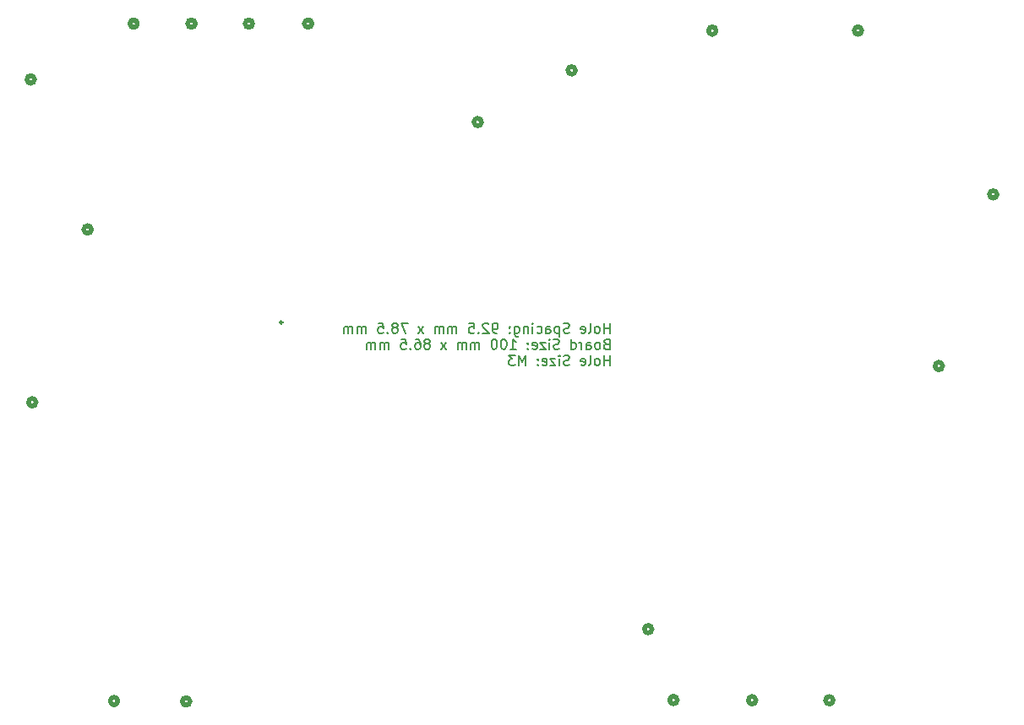
<source format=gbr>
%TF.GenerationSoftware,KiCad,Pcbnew,7.0.6*%
%TF.CreationDate,2023-11-30T13:58:43-08:00*%
%TF.ProjectId,MainBoard,4d61696e-426f-4617-9264-2e6b69636164,0.1*%
%TF.SameCoordinates,Original*%
%TF.FileFunction,Legend,Bot*%
%TF.FilePolarity,Positive*%
%FSLAX46Y46*%
G04 Gerber Fmt 4.6, Leading zero omitted, Abs format (unit mm)*
G04 Created by KiCad (PCBNEW 7.0.6) date 2023-11-30 13:58:43*
%MOMM*%
%LPD*%
G01*
G04 APERTURE LIST*
%ADD10C,0.150000*%
%ADD11C,0.254000*%
%ADD12C,0.508000*%
G04 APERTURE END LIST*
D10*
X225213220Y-129449819D02*
X225213220Y-128449819D01*
X225213220Y-128926009D02*
X224641792Y-128926009D01*
X224641792Y-129449819D02*
X224641792Y-128449819D01*
X224022744Y-129449819D02*
X224117982Y-129402200D01*
X224117982Y-129402200D02*
X224165601Y-129354580D01*
X224165601Y-129354580D02*
X224213220Y-129259342D01*
X224213220Y-129259342D02*
X224213220Y-128973628D01*
X224213220Y-128973628D02*
X224165601Y-128878390D01*
X224165601Y-128878390D02*
X224117982Y-128830771D01*
X224117982Y-128830771D02*
X224022744Y-128783152D01*
X224022744Y-128783152D02*
X223879887Y-128783152D01*
X223879887Y-128783152D02*
X223784649Y-128830771D01*
X223784649Y-128830771D02*
X223737030Y-128878390D01*
X223737030Y-128878390D02*
X223689411Y-128973628D01*
X223689411Y-128973628D02*
X223689411Y-129259342D01*
X223689411Y-129259342D02*
X223737030Y-129354580D01*
X223737030Y-129354580D02*
X223784649Y-129402200D01*
X223784649Y-129402200D02*
X223879887Y-129449819D01*
X223879887Y-129449819D02*
X224022744Y-129449819D01*
X223117982Y-129449819D02*
X223213220Y-129402200D01*
X223213220Y-129402200D02*
X223260839Y-129306961D01*
X223260839Y-129306961D02*
X223260839Y-128449819D01*
X222356077Y-129402200D02*
X222451315Y-129449819D01*
X222451315Y-129449819D02*
X222641791Y-129449819D01*
X222641791Y-129449819D02*
X222737029Y-129402200D01*
X222737029Y-129402200D02*
X222784648Y-129306961D01*
X222784648Y-129306961D02*
X222784648Y-128926009D01*
X222784648Y-128926009D02*
X222737029Y-128830771D01*
X222737029Y-128830771D02*
X222641791Y-128783152D01*
X222641791Y-128783152D02*
X222451315Y-128783152D01*
X222451315Y-128783152D02*
X222356077Y-128830771D01*
X222356077Y-128830771D02*
X222308458Y-128926009D01*
X222308458Y-128926009D02*
X222308458Y-129021247D01*
X222308458Y-129021247D02*
X222784648Y-129116485D01*
X221165600Y-129402200D02*
X221022743Y-129449819D01*
X221022743Y-129449819D02*
X220784648Y-129449819D01*
X220784648Y-129449819D02*
X220689410Y-129402200D01*
X220689410Y-129402200D02*
X220641791Y-129354580D01*
X220641791Y-129354580D02*
X220594172Y-129259342D01*
X220594172Y-129259342D02*
X220594172Y-129164104D01*
X220594172Y-129164104D02*
X220641791Y-129068866D01*
X220641791Y-129068866D02*
X220689410Y-129021247D01*
X220689410Y-129021247D02*
X220784648Y-128973628D01*
X220784648Y-128973628D02*
X220975124Y-128926009D01*
X220975124Y-128926009D02*
X221070362Y-128878390D01*
X221070362Y-128878390D02*
X221117981Y-128830771D01*
X221117981Y-128830771D02*
X221165600Y-128735533D01*
X221165600Y-128735533D02*
X221165600Y-128640295D01*
X221165600Y-128640295D02*
X221117981Y-128545057D01*
X221117981Y-128545057D02*
X221070362Y-128497438D01*
X221070362Y-128497438D02*
X220975124Y-128449819D01*
X220975124Y-128449819D02*
X220737029Y-128449819D01*
X220737029Y-128449819D02*
X220594172Y-128497438D01*
X220165600Y-128783152D02*
X220165600Y-129783152D01*
X220165600Y-128830771D02*
X220070362Y-128783152D01*
X220070362Y-128783152D02*
X219879886Y-128783152D01*
X219879886Y-128783152D02*
X219784648Y-128830771D01*
X219784648Y-128830771D02*
X219737029Y-128878390D01*
X219737029Y-128878390D02*
X219689410Y-128973628D01*
X219689410Y-128973628D02*
X219689410Y-129259342D01*
X219689410Y-129259342D02*
X219737029Y-129354580D01*
X219737029Y-129354580D02*
X219784648Y-129402200D01*
X219784648Y-129402200D02*
X219879886Y-129449819D01*
X219879886Y-129449819D02*
X220070362Y-129449819D01*
X220070362Y-129449819D02*
X220165600Y-129402200D01*
X218832267Y-129449819D02*
X218832267Y-128926009D01*
X218832267Y-128926009D02*
X218879886Y-128830771D01*
X218879886Y-128830771D02*
X218975124Y-128783152D01*
X218975124Y-128783152D02*
X219165600Y-128783152D01*
X219165600Y-128783152D02*
X219260838Y-128830771D01*
X218832267Y-129402200D02*
X218927505Y-129449819D01*
X218927505Y-129449819D02*
X219165600Y-129449819D01*
X219165600Y-129449819D02*
X219260838Y-129402200D01*
X219260838Y-129402200D02*
X219308457Y-129306961D01*
X219308457Y-129306961D02*
X219308457Y-129211723D01*
X219308457Y-129211723D02*
X219260838Y-129116485D01*
X219260838Y-129116485D02*
X219165600Y-129068866D01*
X219165600Y-129068866D02*
X218927505Y-129068866D01*
X218927505Y-129068866D02*
X218832267Y-129021247D01*
X217927505Y-129402200D02*
X218022743Y-129449819D01*
X218022743Y-129449819D02*
X218213219Y-129449819D01*
X218213219Y-129449819D02*
X218308457Y-129402200D01*
X218308457Y-129402200D02*
X218356076Y-129354580D01*
X218356076Y-129354580D02*
X218403695Y-129259342D01*
X218403695Y-129259342D02*
X218403695Y-128973628D01*
X218403695Y-128973628D02*
X218356076Y-128878390D01*
X218356076Y-128878390D02*
X218308457Y-128830771D01*
X218308457Y-128830771D02*
X218213219Y-128783152D01*
X218213219Y-128783152D02*
X218022743Y-128783152D01*
X218022743Y-128783152D02*
X217927505Y-128830771D01*
X217498933Y-129449819D02*
X217498933Y-128783152D01*
X217498933Y-128449819D02*
X217546552Y-128497438D01*
X217546552Y-128497438D02*
X217498933Y-128545057D01*
X217498933Y-128545057D02*
X217451314Y-128497438D01*
X217451314Y-128497438D02*
X217498933Y-128449819D01*
X217498933Y-128449819D02*
X217498933Y-128545057D01*
X217022743Y-128783152D02*
X217022743Y-129449819D01*
X217022743Y-128878390D02*
X216975124Y-128830771D01*
X216975124Y-128830771D02*
X216879886Y-128783152D01*
X216879886Y-128783152D02*
X216737029Y-128783152D01*
X216737029Y-128783152D02*
X216641791Y-128830771D01*
X216641791Y-128830771D02*
X216594172Y-128926009D01*
X216594172Y-128926009D02*
X216594172Y-129449819D01*
X215689410Y-128783152D02*
X215689410Y-129592676D01*
X215689410Y-129592676D02*
X215737029Y-129687914D01*
X215737029Y-129687914D02*
X215784648Y-129735533D01*
X215784648Y-129735533D02*
X215879886Y-129783152D01*
X215879886Y-129783152D02*
X216022743Y-129783152D01*
X216022743Y-129783152D02*
X216117981Y-129735533D01*
X215689410Y-129402200D02*
X215784648Y-129449819D01*
X215784648Y-129449819D02*
X215975124Y-129449819D01*
X215975124Y-129449819D02*
X216070362Y-129402200D01*
X216070362Y-129402200D02*
X216117981Y-129354580D01*
X216117981Y-129354580D02*
X216165600Y-129259342D01*
X216165600Y-129259342D02*
X216165600Y-128973628D01*
X216165600Y-128973628D02*
X216117981Y-128878390D01*
X216117981Y-128878390D02*
X216070362Y-128830771D01*
X216070362Y-128830771D02*
X215975124Y-128783152D01*
X215975124Y-128783152D02*
X215784648Y-128783152D01*
X215784648Y-128783152D02*
X215689410Y-128830771D01*
X215213219Y-129354580D02*
X215165600Y-129402200D01*
X215165600Y-129402200D02*
X215213219Y-129449819D01*
X215213219Y-129449819D02*
X215260838Y-129402200D01*
X215260838Y-129402200D02*
X215213219Y-129354580D01*
X215213219Y-129354580D02*
X215213219Y-129449819D01*
X215213219Y-128830771D02*
X215165600Y-128878390D01*
X215165600Y-128878390D02*
X215213219Y-128926009D01*
X215213219Y-128926009D02*
X215260838Y-128878390D01*
X215260838Y-128878390D02*
X215213219Y-128830771D01*
X215213219Y-128830771D02*
X215213219Y-128926009D01*
X213927505Y-129449819D02*
X213737029Y-129449819D01*
X213737029Y-129449819D02*
X213641791Y-129402200D01*
X213641791Y-129402200D02*
X213594172Y-129354580D01*
X213594172Y-129354580D02*
X213498934Y-129211723D01*
X213498934Y-129211723D02*
X213451315Y-129021247D01*
X213451315Y-129021247D02*
X213451315Y-128640295D01*
X213451315Y-128640295D02*
X213498934Y-128545057D01*
X213498934Y-128545057D02*
X213546553Y-128497438D01*
X213546553Y-128497438D02*
X213641791Y-128449819D01*
X213641791Y-128449819D02*
X213832267Y-128449819D01*
X213832267Y-128449819D02*
X213927505Y-128497438D01*
X213927505Y-128497438D02*
X213975124Y-128545057D01*
X213975124Y-128545057D02*
X214022743Y-128640295D01*
X214022743Y-128640295D02*
X214022743Y-128878390D01*
X214022743Y-128878390D02*
X213975124Y-128973628D01*
X213975124Y-128973628D02*
X213927505Y-129021247D01*
X213927505Y-129021247D02*
X213832267Y-129068866D01*
X213832267Y-129068866D02*
X213641791Y-129068866D01*
X213641791Y-129068866D02*
X213546553Y-129021247D01*
X213546553Y-129021247D02*
X213498934Y-128973628D01*
X213498934Y-128973628D02*
X213451315Y-128878390D01*
X213070362Y-128545057D02*
X213022743Y-128497438D01*
X213022743Y-128497438D02*
X212927505Y-128449819D01*
X212927505Y-128449819D02*
X212689410Y-128449819D01*
X212689410Y-128449819D02*
X212594172Y-128497438D01*
X212594172Y-128497438D02*
X212546553Y-128545057D01*
X212546553Y-128545057D02*
X212498934Y-128640295D01*
X212498934Y-128640295D02*
X212498934Y-128735533D01*
X212498934Y-128735533D02*
X212546553Y-128878390D01*
X212546553Y-128878390D02*
X213117981Y-129449819D01*
X213117981Y-129449819D02*
X212498934Y-129449819D01*
X212070362Y-129354580D02*
X212022743Y-129402200D01*
X212022743Y-129402200D02*
X212070362Y-129449819D01*
X212070362Y-129449819D02*
X212117981Y-129402200D01*
X212117981Y-129402200D02*
X212070362Y-129354580D01*
X212070362Y-129354580D02*
X212070362Y-129449819D01*
X211117982Y-128449819D02*
X211594172Y-128449819D01*
X211594172Y-128449819D02*
X211641791Y-128926009D01*
X211641791Y-128926009D02*
X211594172Y-128878390D01*
X211594172Y-128878390D02*
X211498934Y-128830771D01*
X211498934Y-128830771D02*
X211260839Y-128830771D01*
X211260839Y-128830771D02*
X211165601Y-128878390D01*
X211165601Y-128878390D02*
X211117982Y-128926009D01*
X211117982Y-128926009D02*
X211070363Y-129021247D01*
X211070363Y-129021247D02*
X211070363Y-129259342D01*
X211070363Y-129259342D02*
X211117982Y-129354580D01*
X211117982Y-129354580D02*
X211165601Y-129402200D01*
X211165601Y-129402200D02*
X211260839Y-129449819D01*
X211260839Y-129449819D02*
X211498934Y-129449819D01*
X211498934Y-129449819D02*
X211594172Y-129402200D01*
X211594172Y-129402200D02*
X211641791Y-129354580D01*
X209879886Y-129449819D02*
X209879886Y-128783152D01*
X209879886Y-128878390D02*
X209832267Y-128830771D01*
X209832267Y-128830771D02*
X209737029Y-128783152D01*
X209737029Y-128783152D02*
X209594172Y-128783152D01*
X209594172Y-128783152D02*
X209498934Y-128830771D01*
X209498934Y-128830771D02*
X209451315Y-128926009D01*
X209451315Y-128926009D02*
X209451315Y-129449819D01*
X209451315Y-128926009D02*
X209403696Y-128830771D01*
X209403696Y-128830771D02*
X209308458Y-128783152D01*
X209308458Y-128783152D02*
X209165601Y-128783152D01*
X209165601Y-128783152D02*
X209070362Y-128830771D01*
X209070362Y-128830771D02*
X209022743Y-128926009D01*
X209022743Y-128926009D02*
X209022743Y-129449819D01*
X208546553Y-129449819D02*
X208546553Y-128783152D01*
X208546553Y-128878390D02*
X208498934Y-128830771D01*
X208498934Y-128830771D02*
X208403696Y-128783152D01*
X208403696Y-128783152D02*
X208260839Y-128783152D01*
X208260839Y-128783152D02*
X208165601Y-128830771D01*
X208165601Y-128830771D02*
X208117982Y-128926009D01*
X208117982Y-128926009D02*
X208117982Y-129449819D01*
X208117982Y-128926009D02*
X208070363Y-128830771D01*
X208070363Y-128830771D02*
X207975125Y-128783152D01*
X207975125Y-128783152D02*
X207832268Y-128783152D01*
X207832268Y-128783152D02*
X207737029Y-128830771D01*
X207737029Y-128830771D02*
X207689410Y-128926009D01*
X207689410Y-128926009D02*
X207689410Y-129449819D01*
X206546553Y-129449819D02*
X206022744Y-128783152D01*
X206546553Y-128783152D02*
X206022744Y-129449819D01*
X204975124Y-128449819D02*
X204308458Y-128449819D01*
X204308458Y-128449819D02*
X204737029Y-129449819D01*
X203784648Y-128878390D02*
X203879886Y-128830771D01*
X203879886Y-128830771D02*
X203927505Y-128783152D01*
X203927505Y-128783152D02*
X203975124Y-128687914D01*
X203975124Y-128687914D02*
X203975124Y-128640295D01*
X203975124Y-128640295D02*
X203927505Y-128545057D01*
X203927505Y-128545057D02*
X203879886Y-128497438D01*
X203879886Y-128497438D02*
X203784648Y-128449819D01*
X203784648Y-128449819D02*
X203594172Y-128449819D01*
X203594172Y-128449819D02*
X203498934Y-128497438D01*
X203498934Y-128497438D02*
X203451315Y-128545057D01*
X203451315Y-128545057D02*
X203403696Y-128640295D01*
X203403696Y-128640295D02*
X203403696Y-128687914D01*
X203403696Y-128687914D02*
X203451315Y-128783152D01*
X203451315Y-128783152D02*
X203498934Y-128830771D01*
X203498934Y-128830771D02*
X203594172Y-128878390D01*
X203594172Y-128878390D02*
X203784648Y-128878390D01*
X203784648Y-128878390D02*
X203879886Y-128926009D01*
X203879886Y-128926009D02*
X203927505Y-128973628D01*
X203927505Y-128973628D02*
X203975124Y-129068866D01*
X203975124Y-129068866D02*
X203975124Y-129259342D01*
X203975124Y-129259342D02*
X203927505Y-129354580D01*
X203927505Y-129354580D02*
X203879886Y-129402200D01*
X203879886Y-129402200D02*
X203784648Y-129449819D01*
X203784648Y-129449819D02*
X203594172Y-129449819D01*
X203594172Y-129449819D02*
X203498934Y-129402200D01*
X203498934Y-129402200D02*
X203451315Y-129354580D01*
X203451315Y-129354580D02*
X203403696Y-129259342D01*
X203403696Y-129259342D02*
X203403696Y-129068866D01*
X203403696Y-129068866D02*
X203451315Y-128973628D01*
X203451315Y-128973628D02*
X203498934Y-128926009D01*
X203498934Y-128926009D02*
X203594172Y-128878390D01*
X202975124Y-129354580D02*
X202927505Y-129402200D01*
X202927505Y-129402200D02*
X202975124Y-129449819D01*
X202975124Y-129449819D02*
X203022743Y-129402200D01*
X203022743Y-129402200D02*
X202975124Y-129354580D01*
X202975124Y-129354580D02*
X202975124Y-129449819D01*
X202022744Y-128449819D02*
X202498934Y-128449819D01*
X202498934Y-128449819D02*
X202546553Y-128926009D01*
X202546553Y-128926009D02*
X202498934Y-128878390D01*
X202498934Y-128878390D02*
X202403696Y-128830771D01*
X202403696Y-128830771D02*
X202165601Y-128830771D01*
X202165601Y-128830771D02*
X202070363Y-128878390D01*
X202070363Y-128878390D02*
X202022744Y-128926009D01*
X202022744Y-128926009D02*
X201975125Y-129021247D01*
X201975125Y-129021247D02*
X201975125Y-129259342D01*
X201975125Y-129259342D02*
X202022744Y-129354580D01*
X202022744Y-129354580D02*
X202070363Y-129402200D01*
X202070363Y-129402200D02*
X202165601Y-129449819D01*
X202165601Y-129449819D02*
X202403696Y-129449819D01*
X202403696Y-129449819D02*
X202498934Y-129402200D01*
X202498934Y-129402200D02*
X202546553Y-129354580D01*
X200784648Y-129449819D02*
X200784648Y-128783152D01*
X200784648Y-128878390D02*
X200737029Y-128830771D01*
X200737029Y-128830771D02*
X200641791Y-128783152D01*
X200641791Y-128783152D02*
X200498934Y-128783152D01*
X200498934Y-128783152D02*
X200403696Y-128830771D01*
X200403696Y-128830771D02*
X200356077Y-128926009D01*
X200356077Y-128926009D02*
X200356077Y-129449819D01*
X200356077Y-128926009D02*
X200308458Y-128830771D01*
X200308458Y-128830771D02*
X200213220Y-128783152D01*
X200213220Y-128783152D02*
X200070363Y-128783152D01*
X200070363Y-128783152D02*
X199975124Y-128830771D01*
X199975124Y-128830771D02*
X199927505Y-128926009D01*
X199927505Y-128926009D02*
X199927505Y-129449819D01*
X199451315Y-129449819D02*
X199451315Y-128783152D01*
X199451315Y-128878390D02*
X199403696Y-128830771D01*
X199403696Y-128830771D02*
X199308458Y-128783152D01*
X199308458Y-128783152D02*
X199165601Y-128783152D01*
X199165601Y-128783152D02*
X199070363Y-128830771D01*
X199070363Y-128830771D02*
X199022744Y-128926009D01*
X199022744Y-128926009D02*
X199022744Y-129449819D01*
X199022744Y-128926009D02*
X198975125Y-128830771D01*
X198975125Y-128830771D02*
X198879887Y-128783152D01*
X198879887Y-128783152D02*
X198737030Y-128783152D01*
X198737030Y-128783152D02*
X198641791Y-128830771D01*
X198641791Y-128830771D02*
X198594172Y-128926009D01*
X198594172Y-128926009D02*
X198594172Y-129449819D01*
X224879887Y-130536009D02*
X224737030Y-130583628D01*
X224737030Y-130583628D02*
X224689411Y-130631247D01*
X224689411Y-130631247D02*
X224641792Y-130726485D01*
X224641792Y-130726485D02*
X224641792Y-130869342D01*
X224641792Y-130869342D02*
X224689411Y-130964580D01*
X224689411Y-130964580D02*
X224737030Y-131012200D01*
X224737030Y-131012200D02*
X224832268Y-131059819D01*
X224832268Y-131059819D02*
X225213220Y-131059819D01*
X225213220Y-131059819D02*
X225213220Y-130059819D01*
X225213220Y-130059819D02*
X224879887Y-130059819D01*
X224879887Y-130059819D02*
X224784649Y-130107438D01*
X224784649Y-130107438D02*
X224737030Y-130155057D01*
X224737030Y-130155057D02*
X224689411Y-130250295D01*
X224689411Y-130250295D02*
X224689411Y-130345533D01*
X224689411Y-130345533D02*
X224737030Y-130440771D01*
X224737030Y-130440771D02*
X224784649Y-130488390D01*
X224784649Y-130488390D02*
X224879887Y-130536009D01*
X224879887Y-130536009D02*
X225213220Y-130536009D01*
X224070363Y-131059819D02*
X224165601Y-131012200D01*
X224165601Y-131012200D02*
X224213220Y-130964580D01*
X224213220Y-130964580D02*
X224260839Y-130869342D01*
X224260839Y-130869342D02*
X224260839Y-130583628D01*
X224260839Y-130583628D02*
X224213220Y-130488390D01*
X224213220Y-130488390D02*
X224165601Y-130440771D01*
X224165601Y-130440771D02*
X224070363Y-130393152D01*
X224070363Y-130393152D02*
X223927506Y-130393152D01*
X223927506Y-130393152D02*
X223832268Y-130440771D01*
X223832268Y-130440771D02*
X223784649Y-130488390D01*
X223784649Y-130488390D02*
X223737030Y-130583628D01*
X223737030Y-130583628D02*
X223737030Y-130869342D01*
X223737030Y-130869342D02*
X223784649Y-130964580D01*
X223784649Y-130964580D02*
X223832268Y-131012200D01*
X223832268Y-131012200D02*
X223927506Y-131059819D01*
X223927506Y-131059819D02*
X224070363Y-131059819D01*
X222879887Y-131059819D02*
X222879887Y-130536009D01*
X222879887Y-130536009D02*
X222927506Y-130440771D01*
X222927506Y-130440771D02*
X223022744Y-130393152D01*
X223022744Y-130393152D02*
X223213220Y-130393152D01*
X223213220Y-130393152D02*
X223308458Y-130440771D01*
X222879887Y-131012200D02*
X222975125Y-131059819D01*
X222975125Y-131059819D02*
X223213220Y-131059819D01*
X223213220Y-131059819D02*
X223308458Y-131012200D01*
X223308458Y-131012200D02*
X223356077Y-130916961D01*
X223356077Y-130916961D02*
X223356077Y-130821723D01*
X223356077Y-130821723D02*
X223308458Y-130726485D01*
X223308458Y-130726485D02*
X223213220Y-130678866D01*
X223213220Y-130678866D02*
X222975125Y-130678866D01*
X222975125Y-130678866D02*
X222879887Y-130631247D01*
X222403696Y-131059819D02*
X222403696Y-130393152D01*
X222403696Y-130583628D02*
X222356077Y-130488390D01*
X222356077Y-130488390D02*
X222308458Y-130440771D01*
X222308458Y-130440771D02*
X222213220Y-130393152D01*
X222213220Y-130393152D02*
X222117982Y-130393152D01*
X221356077Y-131059819D02*
X221356077Y-130059819D01*
X221356077Y-131012200D02*
X221451315Y-131059819D01*
X221451315Y-131059819D02*
X221641791Y-131059819D01*
X221641791Y-131059819D02*
X221737029Y-131012200D01*
X221737029Y-131012200D02*
X221784648Y-130964580D01*
X221784648Y-130964580D02*
X221832267Y-130869342D01*
X221832267Y-130869342D02*
X221832267Y-130583628D01*
X221832267Y-130583628D02*
X221784648Y-130488390D01*
X221784648Y-130488390D02*
X221737029Y-130440771D01*
X221737029Y-130440771D02*
X221641791Y-130393152D01*
X221641791Y-130393152D02*
X221451315Y-130393152D01*
X221451315Y-130393152D02*
X221356077Y-130440771D01*
X220165600Y-131012200D02*
X220022743Y-131059819D01*
X220022743Y-131059819D02*
X219784648Y-131059819D01*
X219784648Y-131059819D02*
X219689410Y-131012200D01*
X219689410Y-131012200D02*
X219641791Y-130964580D01*
X219641791Y-130964580D02*
X219594172Y-130869342D01*
X219594172Y-130869342D02*
X219594172Y-130774104D01*
X219594172Y-130774104D02*
X219641791Y-130678866D01*
X219641791Y-130678866D02*
X219689410Y-130631247D01*
X219689410Y-130631247D02*
X219784648Y-130583628D01*
X219784648Y-130583628D02*
X219975124Y-130536009D01*
X219975124Y-130536009D02*
X220070362Y-130488390D01*
X220070362Y-130488390D02*
X220117981Y-130440771D01*
X220117981Y-130440771D02*
X220165600Y-130345533D01*
X220165600Y-130345533D02*
X220165600Y-130250295D01*
X220165600Y-130250295D02*
X220117981Y-130155057D01*
X220117981Y-130155057D02*
X220070362Y-130107438D01*
X220070362Y-130107438D02*
X219975124Y-130059819D01*
X219975124Y-130059819D02*
X219737029Y-130059819D01*
X219737029Y-130059819D02*
X219594172Y-130107438D01*
X219165600Y-131059819D02*
X219165600Y-130393152D01*
X219165600Y-130059819D02*
X219213219Y-130107438D01*
X219213219Y-130107438D02*
X219165600Y-130155057D01*
X219165600Y-130155057D02*
X219117981Y-130107438D01*
X219117981Y-130107438D02*
X219165600Y-130059819D01*
X219165600Y-130059819D02*
X219165600Y-130155057D01*
X218784648Y-130393152D02*
X218260839Y-130393152D01*
X218260839Y-130393152D02*
X218784648Y-131059819D01*
X218784648Y-131059819D02*
X218260839Y-131059819D01*
X217498934Y-131012200D02*
X217594172Y-131059819D01*
X217594172Y-131059819D02*
X217784648Y-131059819D01*
X217784648Y-131059819D02*
X217879886Y-131012200D01*
X217879886Y-131012200D02*
X217927505Y-130916961D01*
X217927505Y-130916961D02*
X217927505Y-130536009D01*
X217927505Y-130536009D02*
X217879886Y-130440771D01*
X217879886Y-130440771D02*
X217784648Y-130393152D01*
X217784648Y-130393152D02*
X217594172Y-130393152D01*
X217594172Y-130393152D02*
X217498934Y-130440771D01*
X217498934Y-130440771D02*
X217451315Y-130536009D01*
X217451315Y-130536009D02*
X217451315Y-130631247D01*
X217451315Y-130631247D02*
X217927505Y-130726485D01*
X217022743Y-130964580D02*
X216975124Y-131012200D01*
X216975124Y-131012200D02*
X217022743Y-131059819D01*
X217022743Y-131059819D02*
X217070362Y-131012200D01*
X217070362Y-131012200D02*
X217022743Y-130964580D01*
X217022743Y-130964580D02*
X217022743Y-131059819D01*
X217022743Y-130440771D02*
X216975124Y-130488390D01*
X216975124Y-130488390D02*
X217022743Y-130536009D01*
X217022743Y-130536009D02*
X217070362Y-130488390D01*
X217070362Y-130488390D02*
X217022743Y-130440771D01*
X217022743Y-130440771D02*
X217022743Y-130536009D01*
X215260839Y-131059819D02*
X215832267Y-131059819D01*
X215546553Y-131059819D02*
X215546553Y-130059819D01*
X215546553Y-130059819D02*
X215641791Y-130202676D01*
X215641791Y-130202676D02*
X215737029Y-130297914D01*
X215737029Y-130297914D02*
X215832267Y-130345533D01*
X214641791Y-130059819D02*
X214546553Y-130059819D01*
X214546553Y-130059819D02*
X214451315Y-130107438D01*
X214451315Y-130107438D02*
X214403696Y-130155057D01*
X214403696Y-130155057D02*
X214356077Y-130250295D01*
X214356077Y-130250295D02*
X214308458Y-130440771D01*
X214308458Y-130440771D02*
X214308458Y-130678866D01*
X214308458Y-130678866D02*
X214356077Y-130869342D01*
X214356077Y-130869342D02*
X214403696Y-130964580D01*
X214403696Y-130964580D02*
X214451315Y-131012200D01*
X214451315Y-131012200D02*
X214546553Y-131059819D01*
X214546553Y-131059819D02*
X214641791Y-131059819D01*
X214641791Y-131059819D02*
X214737029Y-131012200D01*
X214737029Y-131012200D02*
X214784648Y-130964580D01*
X214784648Y-130964580D02*
X214832267Y-130869342D01*
X214832267Y-130869342D02*
X214879886Y-130678866D01*
X214879886Y-130678866D02*
X214879886Y-130440771D01*
X214879886Y-130440771D02*
X214832267Y-130250295D01*
X214832267Y-130250295D02*
X214784648Y-130155057D01*
X214784648Y-130155057D02*
X214737029Y-130107438D01*
X214737029Y-130107438D02*
X214641791Y-130059819D01*
X213689410Y-130059819D02*
X213594172Y-130059819D01*
X213594172Y-130059819D02*
X213498934Y-130107438D01*
X213498934Y-130107438D02*
X213451315Y-130155057D01*
X213451315Y-130155057D02*
X213403696Y-130250295D01*
X213403696Y-130250295D02*
X213356077Y-130440771D01*
X213356077Y-130440771D02*
X213356077Y-130678866D01*
X213356077Y-130678866D02*
X213403696Y-130869342D01*
X213403696Y-130869342D02*
X213451315Y-130964580D01*
X213451315Y-130964580D02*
X213498934Y-131012200D01*
X213498934Y-131012200D02*
X213594172Y-131059819D01*
X213594172Y-131059819D02*
X213689410Y-131059819D01*
X213689410Y-131059819D02*
X213784648Y-131012200D01*
X213784648Y-131012200D02*
X213832267Y-130964580D01*
X213832267Y-130964580D02*
X213879886Y-130869342D01*
X213879886Y-130869342D02*
X213927505Y-130678866D01*
X213927505Y-130678866D02*
X213927505Y-130440771D01*
X213927505Y-130440771D02*
X213879886Y-130250295D01*
X213879886Y-130250295D02*
X213832267Y-130155057D01*
X213832267Y-130155057D02*
X213784648Y-130107438D01*
X213784648Y-130107438D02*
X213689410Y-130059819D01*
X212165600Y-131059819D02*
X212165600Y-130393152D01*
X212165600Y-130488390D02*
X212117981Y-130440771D01*
X212117981Y-130440771D02*
X212022743Y-130393152D01*
X212022743Y-130393152D02*
X211879886Y-130393152D01*
X211879886Y-130393152D02*
X211784648Y-130440771D01*
X211784648Y-130440771D02*
X211737029Y-130536009D01*
X211737029Y-130536009D02*
X211737029Y-131059819D01*
X211737029Y-130536009D02*
X211689410Y-130440771D01*
X211689410Y-130440771D02*
X211594172Y-130393152D01*
X211594172Y-130393152D02*
X211451315Y-130393152D01*
X211451315Y-130393152D02*
X211356076Y-130440771D01*
X211356076Y-130440771D02*
X211308457Y-130536009D01*
X211308457Y-130536009D02*
X211308457Y-131059819D01*
X210832267Y-131059819D02*
X210832267Y-130393152D01*
X210832267Y-130488390D02*
X210784648Y-130440771D01*
X210784648Y-130440771D02*
X210689410Y-130393152D01*
X210689410Y-130393152D02*
X210546553Y-130393152D01*
X210546553Y-130393152D02*
X210451315Y-130440771D01*
X210451315Y-130440771D02*
X210403696Y-130536009D01*
X210403696Y-130536009D02*
X210403696Y-131059819D01*
X210403696Y-130536009D02*
X210356077Y-130440771D01*
X210356077Y-130440771D02*
X210260839Y-130393152D01*
X210260839Y-130393152D02*
X210117982Y-130393152D01*
X210117982Y-130393152D02*
X210022743Y-130440771D01*
X210022743Y-130440771D02*
X209975124Y-130536009D01*
X209975124Y-130536009D02*
X209975124Y-131059819D01*
X208832267Y-131059819D02*
X208308458Y-130393152D01*
X208832267Y-130393152D02*
X208308458Y-131059819D01*
X207022743Y-130488390D02*
X207117981Y-130440771D01*
X207117981Y-130440771D02*
X207165600Y-130393152D01*
X207165600Y-130393152D02*
X207213219Y-130297914D01*
X207213219Y-130297914D02*
X207213219Y-130250295D01*
X207213219Y-130250295D02*
X207165600Y-130155057D01*
X207165600Y-130155057D02*
X207117981Y-130107438D01*
X207117981Y-130107438D02*
X207022743Y-130059819D01*
X207022743Y-130059819D02*
X206832267Y-130059819D01*
X206832267Y-130059819D02*
X206737029Y-130107438D01*
X206737029Y-130107438D02*
X206689410Y-130155057D01*
X206689410Y-130155057D02*
X206641791Y-130250295D01*
X206641791Y-130250295D02*
X206641791Y-130297914D01*
X206641791Y-130297914D02*
X206689410Y-130393152D01*
X206689410Y-130393152D02*
X206737029Y-130440771D01*
X206737029Y-130440771D02*
X206832267Y-130488390D01*
X206832267Y-130488390D02*
X207022743Y-130488390D01*
X207022743Y-130488390D02*
X207117981Y-130536009D01*
X207117981Y-130536009D02*
X207165600Y-130583628D01*
X207165600Y-130583628D02*
X207213219Y-130678866D01*
X207213219Y-130678866D02*
X207213219Y-130869342D01*
X207213219Y-130869342D02*
X207165600Y-130964580D01*
X207165600Y-130964580D02*
X207117981Y-131012200D01*
X207117981Y-131012200D02*
X207022743Y-131059819D01*
X207022743Y-131059819D02*
X206832267Y-131059819D01*
X206832267Y-131059819D02*
X206737029Y-131012200D01*
X206737029Y-131012200D02*
X206689410Y-130964580D01*
X206689410Y-130964580D02*
X206641791Y-130869342D01*
X206641791Y-130869342D02*
X206641791Y-130678866D01*
X206641791Y-130678866D02*
X206689410Y-130583628D01*
X206689410Y-130583628D02*
X206737029Y-130536009D01*
X206737029Y-130536009D02*
X206832267Y-130488390D01*
X205784648Y-130059819D02*
X205975124Y-130059819D01*
X205975124Y-130059819D02*
X206070362Y-130107438D01*
X206070362Y-130107438D02*
X206117981Y-130155057D01*
X206117981Y-130155057D02*
X206213219Y-130297914D01*
X206213219Y-130297914D02*
X206260838Y-130488390D01*
X206260838Y-130488390D02*
X206260838Y-130869342D01*
X206260838Y-130869342D02*
X206213219Y-130964580D01*
X206213219Y-130964580D02*
X206165600Y-131012200D01*
X206165600Y-131012200D02*
X206070362Y-131059819D01*
X206070362Y-131059819D02*
X205879886Y-131059819D01*
X205879886Y-131059819D02*
X205784648Y-131012200D01*
X205784648Y-131012200D02*
X205737029Y-130964580D01*
X205737029Y-130964580D02*
X205689410Y-130869342D01*
X205689410Y-130869342D02*
X205689410Y-130631247D01*
X205689410Y-130631247D02*
X205737029Y-130536009D01*
X205737029Y-130536009D02*
X205784648Y-130488390D01*
X205784648Y-130488390D02*
X205879886Y-130440771D01*
X205879886Y-130440771D02*
X206070362Y-130440771D01*
X206070362Y-130440771D02*
X206165600Y-130488390D01*
X206165600Y-130488390D02*
X206213219Y-130536009D01*
X206213219Y-130536009D02*
X206260838Y-130631247D01*
X205260838Y-130964580D02*
X205213219Y-131012200D01*
X205213219Y-131012200D02*
X205260838Y-131059819D01*
X205260838Y-131059819D02*
X205308457Y-131012200D01*
X205308457Y-131012200D02*
X205260838Y-130964580D01*
X205260838Y-130964580D02*
X205260838Y-131059819D01*
X204308458Y-130059819D02*
X204784648Y-130059819D01*
X204784648Y-130059819D02*
X204832267Y-130536009D01*
X204832267Y-130536009D02*
X204784648Y-130488390D01*
X204784648Y-130488390D02*
X204689410Y-130440771D01*
X204689410Y-130440771D02*
X204451315Y-130440771D01*
X204451315Y-130440771D02*
X204356077Y-130488390D01*
X204356077Y-130488390D02*
X204308458Y-130536009D01*
X204308458Y-130536009D02*
X204260839Y-130631247D01*
X204260839Y-130631247D02*
X204260839Y-130869342D01*
X204260839Y-130869342D02*
X204308458Y-130964580D01*
X204308458Y-130964580D02*
X204356077Y-131012200D01*
X204356077Y-131012200D02*
X204451315Y-131059819D01*
X204451315Y-131059819D02*
X204689410Y-131059819D01*
X204689410Y-131059819D02*
X204784648Y-131012200D01*
X204784648Y-131012200D02*
X204832267Y-130964580D01*
X203070362Y-131059819D02*
X203070362Y-130393152D01*
X203070362Y-130488390D02*
X203022743Y-130440771D01*
X203022743Y-130440771D02*
X202927505Y-130393152D01*
X202927505Y-130393152D02*
X202784648Y-130393152D01*
X202784648Y-130393152D02*
X202689410Y-130440771D01*
X202689410Y-130440771D02*
X202641791Y-130536009D01*
X202641791Y-130536009D02*
X202641791Y-131059819D01*
X202641791Y-130536009D02*
X202594172Y-130440771D01*
X202594172Y-130440771D02*
X202498934Y-130393152D01*
X202498934Y-130393152D02*
X202356077Y-130393152D01*
X202356077Y-130393152D02*
X202260838Y-130440771D01*
X202260838Y-130440771D02*
X202213219Y-130536009D01*
X202213219Y-130536009D02*
X202213219Y-131059819D01*
X201737029Y-131059819D02*
X201737029Y-130393152D01*
X201737029Y-130488390D02*
X201689410Y-130440771D01*
X201689410Y-130440771D02*
X201594172Y-130393152D01*
X201594172Y-130393152D02*
X201451315Y-130393152D01*
X201451315Y-130393152D02*
X201356077Y-130440771D01*
X201356077Y-130440771D02*
X201308458Y-130536009D01*
X201308458Y-130536009D02*
X201308458Y-131059819D01*
X201308458Y-130536009D02*
X201260839Y-130440771D01*
X201260839Y-130440771D02*
X201165601Y-130393152D01*
X201165601Y-130393152D02*
X201022744Y-130393152D01*
X201022744Y-130393152D02*
X200927505Y-130440771D01*
X200927505Y-130440771D02*
X200879886Y-130536009D01*
X200879886Y-130536009D02*
X200879886Y-131059819D01*
X225213220Y-132669819D02*
X225213220Y-131669819D01*
X225213220Y-132146009D02*
X224641792Y-132146009D01*
X224641792Y-132669819D02*
X224641792Y-131669819D01*
X224022744Y-132669819D02*
X224117982Y-132622200D01*
X224117982Y-132622200D02*
X224165601Y-132574580D01*
X224165601Y-132574580D02*
X224213220Y-132479342D01*
X224213220Y-132479342D02*
X224213220Y-132193628D01*
X224213220Y-132193628D02*
X224165601Y-132098390D01*
X224165601Y-132098390D02*
X224117982Y-132050771D01*
X224117982Y-132050771D02*
X224022744Y-132003152D01*
X224022744Y-132003152D02*
X223879887Y-132003152D01*
X223879887Y-132003152D02*
X223784649Y-132050771D01*
X223784649Y-132050771D02*
X223737030Y-132098390D01*
X223737030Y-132098390D02*
X223689411Y-132193628D01*
X223689411Y-132193628D02*
X223689411Y-132479342D01*
X223689411Y-132479342D02*
X223737030Y-132574580D01*
X223737030Y-132574580D02*
X223784649Y-132622200D01*
X223784649Y-132622200D02*
X223879887Y-132669819D01*
X223879887Y-132669819D02*
X224022744Y-132669819D01*
X223117982Y-132669819D02*
X223213220Y-132622200D01*
X223213220Y-132622200D02*
X223260839Y-132526961D01*
X223260839Y-132526961D02*
X223260839Y-131669819D01*
X222356077Y-132622200D02*
X222451315Y-132669819D01*
X222451315Y-132669819D02*
X222641791Y-132669819D01*
X222641791Y-132669819D02*
X222737029Y-132622200D01*
X222737029Y-132622200D02*
X222784648Y-132526961D01*
X222784648Y-132526961D02*
X222784648Y-132146009D01*
X222784648Y-132146009D02*
X222737029Y-132050771D01*
X222737029Y-132050771D02*
X222641791Y-132003152D01*
X222641791Y-132003152D02*
X222451315Y-132003152D01*
X222451315Y-132003152D02*
X222356077Y-132050771D01*
X222356077Y-132050771D02*
X222308458Y-132146009D01*
X222308458Y-132146009D02*
X222308458Y-132241247D01*
X222308458Y-132241247D02*
X222784648Y-132336485D01*
X221165600Y-132622200D02*
X221022743Y-132669819D01*
X221022743Y-132669819D02*
X220784648Y-132669819D01*
X220784648Y-132669819D02*
X220689410Y-132622200D01*
X220689410Y-132622200D02*
X220641791Y-132574580D01*
X220641791Y-132574580D02*
X220594172Y-132479342D01*
X220594172Y-132479342D02*
X220594172Y-132384104D01*
X220594172Y-132384104D02*
X220641791Y-132288866D01*
X220641791Y-132288866D02*
X220689410Y-132241247D01*
X220689410Y-132241247D02*
X220784648Y-132193628D01*
X220784648Y-132193628D02*
X220975124Y-132146009D01*
X220975124Y-132146009D02*
X221070362Y-132098390D01*
X221070362Y-132098390D02*
X221117981Y-132050771D01*
X221117981Y-132050771D02*
X221165600Y-131955533D01*
X221165600Y-131955533D02*
X221165600Y-131860295D01*
X221165600Y-131860295D02*
X221117981Y-131765057D01*
X221117981Y-131765057D02*
X221070362Y-131717438D01*
X221070362Y-131717438D02*
X220975124Y-131669819D01*
X220975124Y-131669819D02*
X220737029Y-131669819D01*
X220737029Y-131669819D02*
X220594172Y-131717438D01*
X220165600Y-132669819D02*
X220165600Y-132003152D01*
X220165600Y-131669819D02*
X220213219Y-131717438D01*
X220213219Y-131717438D02*
X220165600Y-131765057D01*
X220165600Y-131765057D02*
X220117981Y-131717438D01*
X220117981Y-131717438D02*
X220165600Y-131669819D01*
X220165600Y-131669819D02*
X220165600Y-131765057D01*
X219784648Y-132003152D02*
X219260839Y-132003152D01*
X219260839Y-132003152D02*
X219784648Y-132669819D01*
X219784648Y-132669819D02*
X219260839Y-132669819D01*
X218498934Y-132622200D02*
X218594172Y-132669819D01*
X218594172Y-132669819D02*
X218784648Y-132669819D01*
X218784648Y-132669819D02*
X218879886Y-132622200D01*
X218879886Y-132622200D02*
X218927505Y-132526961D01*
X218927505Y-132526961D02*
X218927505Y-132146009D01*
X218927505Y-132146009D02*
X218879886Y-132050771D01*
X218879886Y-132050771D02*
X218784648Y-132003152D01*
X218784648Y-132003152D02*
X218594172Y-132003152D01*
X218594172Y-132003152D02*
X218498934Y-132050771D01*
X218498934Y-132050771D02*
X218451315Y-132146009D01*
X218451315Y-132146009D02*
X218451315Y-132241247D01*
X218451315Y-132241247D02*
X218927505Y-132336485D01*
X218022743Y-132574580D02*
X217975124Y-132622200D01*
X217975124Y-132622200D02*
X218022743Y-132669819D01*
X218022743Y-132669819D02*
X218070362Y-132622200D01*
X218070362Y-132622200D02*
X218022743Y-132574580D01*
X218022743Y-132574580D02*
X218022743Y-132669819D01*
X218022743Y-132050771D02*
X217975124Y-132098390D01*
X217975124Y-132098390D02*
X218022743Y-132146009D01*
X218022743Y-132146009D02*
X218070362Y-132098390D01*
X218070362Y-132098390D02*
X218022743Y-132050771D01*
X218022743Y-132050771D02*
X218022743Y-132146009D01*
X216784648Y-132669819D02*
X216784648Y-131669819D01*
X216784648Y-131669819D02*
X216451315Y-132384104D01*
X216451315Y-132384104D02*
X216117982Y-131669819D01*
X216117982Y-131669819D02*
X216117982Y-132669819D01*
X215737029Y-131669819D02*
X215117982Y-131669819D01*
X215117982Y-131669819D02*
X215451315Y-132050771D01*
X215451315Y-132050771D02*
X215308458Y-132050771D01*
X215308458Y-132050771D02*
X215213220Y-132098390D01*
X215213220Y-132098390D02*
X215165601Y-132146009D01*
X215165601Y-132146009D02*
X215117982Y-132241247D01*
X215117982Y-132241247D02*
X215117982Y-132479342D01*
X215117982Y-132479342D02*
X215165601Y-132574580D01*
X215165601Y-132574580D02*
X215213220Y-132622200D01*
X215213220Y-132622200D02*
X215308458Y-132669819D01*
X215308458Y-132669819D02*
X215594172Y-132669819D01*
X215594172Y-132669819D02*
X215689410Y-132622200D01*
X215689410Y-132622200D02*
X215737029Y-132574580D01*
D11*
%TO.C,SW1*%
X192427001Y-128369998D02*
G75*
G03*
X192427001Y-128369998I-127000J0D01*
G01*
D12*
%TO.C,SW8*%
X189441000Y-98399000D02*
G75*
G03*
X189441000Y-98399000I-381000J0D01*
G01*
%TO.C,M2*%
X258580000Y-132750000D02*
G75*
G03*
X258580000Y-132750000I-381000J0D01*
G01*
%TO.C,U11*%
X167730000Y-136390000D02*
G75*
G03*
X167730000Y-136390000I-381000J0D01*
G01*
%TO.C,J15*%
X175931000Y-166351000D02*
G75*
G03*
X175931000Y-166351000I-381000J0D01*
G01*
%TO.C,U12*%
X264032000Y-115530000D02*
G75*
G03*
X264032000Y-115530000I-381000J0D01*
G01*
%TO.C,J14*%
X183154800Y-166391000D02*
G75*
G03*
X183154800Y-166391000I-381000J0D01*
G01*
%TO.C,D8*%
X212372000Y-108276200D02*
G75*
G03*
X212372000Y-108276200I-381000J0D01*
G01*
%TO.C,SW6*%
X231991128Y-166252200D02*
G75*
G03*
X231991128Y-166252200I-381000J0D01*
G01*
%TO.C,SW10*%
X177891000Y-98399000D02*
G75*
G03*
X177891000Y-98399000I-381000J0D01*
G01*
%TO.C,SW4*%
X239871128Y-166276000D02*
G75*
G03*
X239871128Y-166276000I-381000J0D01*
G01*
%TO.C,SW5*%
X247611128Y-166276000D02*
G75*
G03*
X247611128Y-166276000I-381000J0D01*
G01*
%TO.C,SW3*%
X221790000Y-103087200D02*
G75*
G03*
X221790000Y-103087200I-381000J0D01*
G01*
%TO.C,J13*%
X229454800Y-159141000D02*
G75*
G03*
X229454800Y-159141000I-381000J0D01*
G01*
%TO.C,M1*%
X173282000Y-119050000D02*
G75*
G03*
X173282000Y-119050000I-381000J0D01*
G01*
%TO.C,SW9*%
X183691000Y-98399000D02*
G75*
G03*
X183691000Y-98399000I-381000J0D01*
G01*
%TO.C,J6*%
X235881000Y-99100000D02*
G75*
G03*
X235881000Y-99100000I-381000J0D01*
G01*
%TO.C,SW7*%
X195381000Y-98399000D02*
G75*
G03*
X195381000Y-98399000I-381000J0D01*
G01*
%TO.C,J24*%
X167580000Y-104000000D02*
G75*
G03*
X167580000Y-104000000I-381000J0D01*
G01*
%TO.C,J5*%
X250481000Y-99099999D02*
G75*
G03*
X250481000Y-99099999I-381000J0D01*
G01*
%TD*%
M02*

</source>
